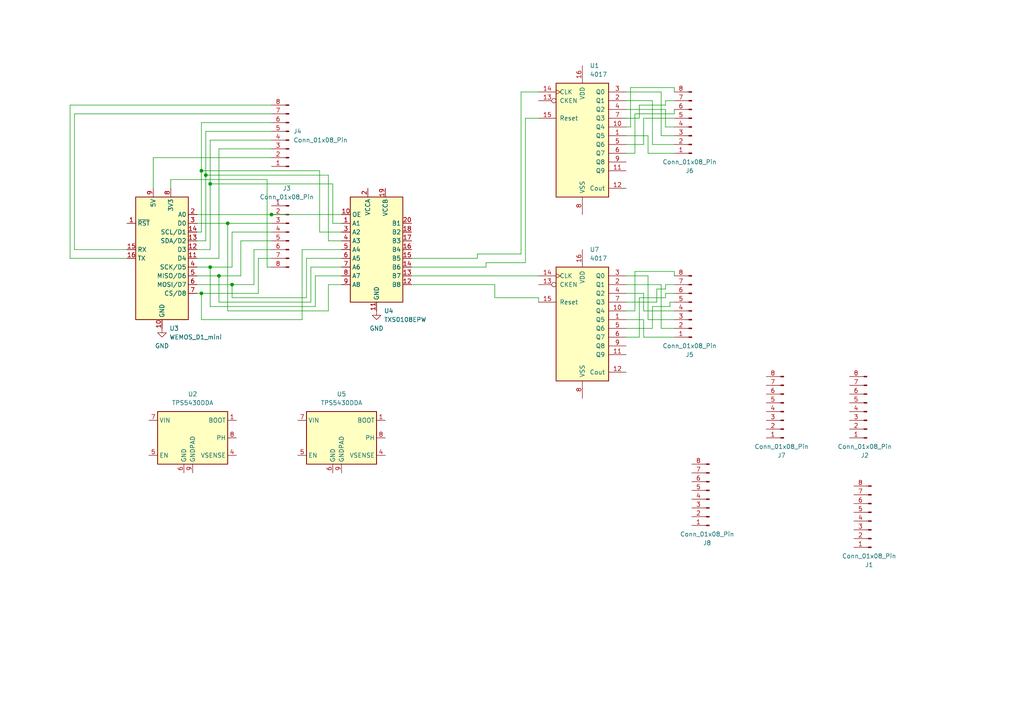
<source format=kicad_sch>
(kicad_sch (version 20250114) (generator "eeschema") (generator_version "9.0")
  (paper "A4")
  (title_block (title "protos2") (date "2025-03-30") (rev "v0.2") (company "User") (comment 1 "Servo control board with ESP8266, CD4017 and TXS0108E"))
  (lib_symbols
    (symbol "4xxx:4017" (pin_names (offset 1.016))
      (property "Reference" "U" (at -7.62 16.51 0))
      (property "Value" "4017" (at -7.62 -19.05 0))
      (symbol "4017_1_0"
        (pin input clock (at -12.7 12.7 0) (length 5.08) (name "CLK") (number "14"))
        (pin input inverted (at -12.7 10.16 0) (length 5.08) (name "CKEN") (number "13"))
        (pin input line (at -12.7 5.08 0) (length 5.08) (name "Reset") (number "15"))
        (pin power_in line (at 0 20.32 270) (length 5.08) (name "VDD") (number "16"))
        (pin power_in line (at 0 -22.86 90) (length 5.08) (name "VSS") (number "8"))
        (pin output line (at 12.7 12.7 180) (length 5.08) (name "Q0") (number "3"))
        (pin output line (at 12.7 10.16 180) (length 5.08) (name "Q1") (number "2"))
        (pin output line (at 12.7 7.62 180) (length 5.08) (name "Q2") (number "4"))
        (pin output line (at 12.7 5.08 180) (length 5.08) (name "Q3") (number "7"))
        (pin output line (at 12.7 2.54 180) (length 5.08) (name "Q4") (number "10"))
        (pin output line (at 12.7 0 180) (length 5.08) (name "Q5") (number "1"))
        (pin output line (at 12.7 -2.54 180) (length 5.08) (name "Q6") (number "5"))
        (pin output line (at 12.7 -5.08 180) (length 5.08) (name "Q7") (number "6"))
        (pin output line (at 12.7 -7.62 180) (length 5.08) (name "Q8") (number "9"))
        (pin output line (at 12.7 -10.16 180) (length 5.08) (name "Q9") (number "11"))
        (pin output line (at 12.7 -15.24 180) (length 5.08) (name "Cout") (number "12"))
      )
      (symbol "4017_1_1"
        (rectangle (start -7.62 15.24) (end 7.62 -17.78) (stroke (width 0.254)) (fill (type background)))
      )
    )
    (symbol "Connector:Conn_01x08_Pin" (pin_names (offset 1.016) (hide yes))
      (property "Reference" "J" (at 0 10.16 0))
      (property "Value" "Conn_01x08_Pin" (at 0 -12.7 0))
      (symbol "Conn_01x08_Pin_1_1"
        (rectangle (start 0.8636 7.747) (end 0 7.493) (stroke (width 0.1524)) (fill (type outline)))
        (rectangle (start 0.8636 5.207) (end 0 4.953) (stroke (width 0.1524)) (fill (type outline)))
        (rectangle (start 0.8636 2.667) (end 0 2.413) (stroke (width 0.1524)) (fill (type outline)))
        (rectangle (start 0.8636 0.127) (end 0 -0.127) (stroke (width 0.1524)) (fill (type outline)))
        (rectangle (start 0.8636 -2.413) (end 0 -2.667) (stroke (width 0.1524)) (fill (type outline)))
        (rectangle (start 0.8636 -4.953) (end 0 -5.207) (stroke (width 0.1524)) (fill (type outline)))
        (rectangle (start 0.8636 -7.493) (end 0 -7.747) (stroke (width 0.1524)) (fill (type outline)))
        (rectangle (start 0.8636 -10.033) (end 0 -10.287) (stroke (width 0.1524)) (fill (type outline)))
        (polyline (pts (xy 1.27 7.62) (xy 0.8636 7.62)) (stroke (width 0.1524)))
        (polyline (pts (xy 1.27 5.08) (xy 0.8636 5.08)) (stroke (width 0.1524)))
        (polyline (pts (xy 1.27 2.54) (xy 0.8636 2.54)) (stroke (width 0.1524)))
        (polyline (pts (xy 1.27 0) (xy 0.8636 0)) (stroke (width 0.1524)))
        (polyline (pts (xy 1.27 -2.54) (xy 0.8636 -2.54)) (stroke (width 0.1524)))
        (polyline (pts (xy 1.27 -5.08) (xy 0.8636 -5.08)) (stroke (width 0.1524)))
        (polyline (pts (xy 1.27 -7.62) (xy 0.8636 -7.62)) (stroke (width 0.1524)))
        (polyline (pts (xy 1.27 -10.16) (xy 0.8636 -10.16)) (stroke (width 0.1524)))
        (pin passive line (at 5.08 7.62 180) (length 3.81) (name "Pin_1") (number "1"))
        (pin passive line (at 5.08 5.08 180) (length 3.81) (name "Pin_2") (number "2"))
        (pin passive line (at 5.08 2.54 180) (length 3.81) (name "Pin_3") (number "3"))
        (pin passive line (at 5.08 0 180) (length 3.81) (name "Pin_4") (number "4"))
        (pin passive line (at 5.08 -2.54 180) (length 3.81) (name "Pin_5") (number "5"))
        (pin passive line (at 5.08 -5.08 180) (length 3.81) (name "Pin_6") (number "6"))
        (pin passive line (at 5.08 -7.62 180) (length 3.81) (name "Pin_7") (number "7"))
        (pin passive line (at 5.08 -10.16 180) (length 3.81) (name "Pin_8") (number "8"))
      )
    )
    (symbol "Logic_LevelTranslator:TXS0108EPW"
      (property "Reference" "U" (at -6.35 16.51 0))
      (property "Value" "TXS0108EPW" (at 3.81 16.51 0))
      (symbol "TXS0108EPW_0_1"
        (rectangle (start -7.62 15.24) (end 7.62 -15.24) (stroke (width 0.254)) (fill (type background)))
      )
      (symbol "TXS0108EPW_1_1"
        (pin input line (at -10.16 10.16 0) (length 2.54) (name "OE") (number "10"))
        (pin bidirectional line (at -10.16 7.62 0) (length 2.54) (name "A1") (number "1"))
        (pin bidirectional line (at -10.16 5.08 0) (length 2.54) (name "A2") (number "3"))
        (pin bidirectional line (at -10.16 2.54 0) (length 2.54) (name "A3") (number "4"))
        (pin bidirectional line (at -10.16 0 0) (length 2.54) (name "A4") (number "5"))
        (pin bidirectional line (at -10.16 -2.54 0) (length 2.54) (name "A5") (number "6"))
        (pin bidirectional line (at -10.16 -5.08 0) (length 2.54) (name "A6") (number "7"))
        (pin bidirectional line (at -10.16 -7.62 0) (length 2.54) (name "A7") (number "8"))
        (pin bidirectional line (at -10.16 -10.16 0) (length 2.54) (name "A8") (number "9"))
        (pin power_in line (at -2.54 17.78 270) (length 2.54) (name "VCCA") (number "2"))
        (pin power_in line (at 0 -17.78 90) (length 2.54) (name "GND") (number "11"))
        (pin power_in line (at 2.54 17.78 270) (length 2.54) (name "VCCB") (number "19"))
        (pin bidirectional line (at 10.16 7.62 180) (length 2.54) (name "B1") (number "20"))
        (pin bidirectional line (at 10.16 5.08 180) (length 2.54) (name "B2") (number "18"))
        (pin bidirectional line (at 10.16 2.54 180) (length 2.54) (name "B3") (number "17"))
        (pin bidirectional line (at 10.16 0 180) (length 2.54) (name "B4") (number "16"))
        (pin bidirectional line (at 10.16 -2.54 180) (length 2.54) (name "B5") (number "15"))
        (pin bidirectional line (at 10.16 -5.08 180) (length 2.54) (name "B6") (number "14"))
        (pin bidirectional line (at 10.16 -7.62 180) (length 2.54) (name "B7") (number "13"))
        (pin bidirectional line (at 10.16 -10.16 180) (length 2.54) (name "B8") (number "12"))
      )
    )
    (symbol "RF_Module:WEMOS_D1_mini"
      (property "Reference" "U" (at 3.81 19.05 0))
      (property "Value" "WEMOS_D1_mini" (at 1.27 -19.05 0))
      (symbol "WEMOS_D1_mini_1_1"
        (rectangle (start -7.62 17.78) (end 7.62 -17.78) (stroke (width 0.254)) (fill (type background)))
        (pin input line (at -10.16 10.16 0) (length 2.54) (name "~{RST}") (number "1"))
        (pin input line (at -10.16 2.54 0) (length 2.54) (name "RX") (number "15"))
        (pin output line (at -10.16 0 0) (length 2.54) (name "TX") (number "16"))
        (pin power_in line (at -2.54 20.32 270) (length 2.54) (name "5V") (number "9"))
        (pin power_in line (at 0 -20.32 90) (length 2.54) (name "GND") (number "10"))
        (pin power_out line (at 2.54 20.32 270) (length 2.54) (name "3V3") (number "8"))
        (pin input line (at 10.16 12.7 180) (length 2.54) (name "A0") (number "2"))
        (pin bidirectional line (at 10.16 10.16 180) (length 2.54) (name "D0") (number "3"))
        (pin bidirectional line (at 10.16 7.62 180) (length 2.54) (name "SCL/D1") (number "14"))
        (pin bidirectional line (at 10.16 5.08 180) (length 2.54) (name "SDA/D2") (number "13"))
        (pin bidirectional line (at 10.16 2.54 180) (length 2.54) (name "D3") (number "12"))
        (pin bidirectional line (at 10.16 0 180) (length 2.54) (name "D4") (number "11"))
        (pin bidirectional line (at 10.16 -2.54 180) (length 2.54) (name "SCK/D5") (number "4"))
        (pin bidirectional line (at 10.16 -5.08 180) (length 2.54) (name "MISO/D6") (number "5"))
        (pin bidirectional line (at 10.16 -7.62 180) (length 2.54) (name "MOSI/D7") (number "6"))
        (pin bidirectional line (at 10.16 -10.16 180) (length 2.54) (name "CS/D8") (number "7"))
      )
    )
    (symbol "Regulator_Switching:TPS5430DDA"
      (property "Reference" "U" (at -10.16 8.89 0))
      (property "Value" "TPS5430DDA" (at -1.27 8.89 0))
      (symbol "TPS5430DDA_0_1"
        (rectangle (start -10.16 7.62) (end 10.16 -7.62) (stroke (width 0.254)) (fill (type background)))
      )
      (symbol "TPS5430DDA_1_1"
        (pin power_in line (at -12.7 5.08 0) (length 2.54) (name "VIN") (number "7"))
        (pin input line (at -12.7 -5.08 0) (length 2.54) (name "EN") (number "5"))
        (pin no_connect line (at -10.16 2.54 0) (length 2.54) (hide yes) (name "NC") (number "2"))
        (pin no_connect line (at -10.16 -2.54 0) (length 2.54) (hide yes) (name "NC") (number "3"))
        (pin power_in line (at -2.54 -10.16 90) (length 2.54) (name "GND") (number "6"))
        (pin power_in line (at 0 -10.16 90) (length 2.54) (name "GNDPAD") (number "9"))
        (pin input line (at 12.7 5.08 180) (length 2.54) (name "BOOT") (number "1"))
        (pin output line (at 12.7 0 180) (length 2.54) (name "PH") (number "8"))
        (pin input line (at 12.7 -5.08 180) (length 2.54) (name "VSENSE") (number "4"))
      )
    )
    (symbol "power:GND" (power) (pin_numbers (hide yes)) (pin_names (offset 0) (hide yes))
      (property "Value" "GND" (at 0 -3.81 0))
      (symbol "GND_0_1"
        (polyline (pts (xy 0 0) (xy 0 -1.27) (xy 1.27 -1.27) (xy 0 -2.54) (xy -1.27 -1.27) (xy 0 -1.27)))
      )
      (symbol "GND_1_1"
        (pin power_in line (at 0 0 270) (length 0) (name "~") (number "1"))
      )
    )
  )
  (junction (at 67.31 82.55))
  (junction (at 63.5 80.01))
  (junction (at 60.96 53.34))
  (junction (at 58.42 49.53))
  (junction (at 66.04 64.77))
  (junction (at 60.96 77.47))
  (junction (at 78.74 62.23))
  (junction (at 58.42 85.09))
  (junction (at 59.69 50.8))
  (wire (pts (xy 44.45 45.72) (xy 44.45 54.61)))
  (wire (pts (xy 63.5 80.01) (xy 69.85 80.01)))
  (wire (pts (xy 78.74 43.18) (xy 63.5 43.18)))
  (wire (pts (xy 194.31 87.63) (xy 195.58 87.63)))
  (wire (pts (xy 194.31 88.9) (xy 194.31 87.63)))
  (wire (pts (xy 195.58 78.74) (xy 195.58 80.01)))
  (wire (pts (xy 92.71 49.53) (xy 58.42 49.53)))
  (wire (pts (xy 181.61 39.37) (xy 187.96 39.37)))
  (wire (pts (xy 195.58 33.02) (xy 195.58 31.75)))
  (wire (pts (xy 195.58 25.4) (xy 195.58 26.67)))
  (wire (pts (xy 67.31 82.55) (xy 73.66 82.55)))
  (wire (pts (xy 60.96 53.34) (xy 60.96 72.39)))
  (wire (pts (xy 191.77 39.37) (xy 195.58 39.37)))
  (wire (pts (xy 181.61 85.09) (xy 186.69 85.09)))
  (wire (pts (xy 78.74 38.1) (xy 59.69 38.1)))
  (wire (pts (xy 181.61 92.71) (xy 186.69 92.71)))
  (wire (pts (xy 182.88 36.83) (xy 182.88 25.4)))
  (wire (pts (xy 193.04 31.75) (xy 193.04 36.83)))
  (wire (pts (xy 193.04 29.21) (xy 195.58 29.21)))
  (wire (pts (xy 60.96 77.47) (xy 57.15 77.47)))
  (wire (pts (xy 78.74 74.93) (xy 74.93 74.93)))
  (wire (pts (xy 193.04 36.83) (xy 195.58 36.83)))
  (wire (pts (xy 73.66 72.39) (xy 73.66 82.55)))
  (wire (pts (xy 78.74 72.39) (xy 73.66 72.39)))
  (wire (pts (xy 96.52 64.77) (xy 96.52 53.34)))
  (wire (pts (xy 191.77 95.25) (xy 195.58 95.25)))
  (wire (pts (xy 181.61 34.29) (xy 185.42 34.29)))
  (wire (pts (xy 191.77 82.55) (xy 191.77 95.25)))
  (wire (pts (xy 78.74 30.48) (xy 20.32 30.48)))
  (wire (pts (xy 87.63 72.39) (xy 87.63 92.71)))
  (wire (pts (xy 186.69 92.71) (xy 186.69 97.79)))
  (wire (pts (xy 181.61 97.79) (xy 185.42 97.79)))
  (wire (pts (xy 90.17 77.47) (xy 90.17 87.63)))
  (wire (pts (xy 21.59 33.02) (xy 78.74 33.02)))
  (wire (pts (xy 57.15 69.85) (xy 59.69 69.85)))
  (wire (pts (xy 184.15 33.02) (xy 195.58 33.02)))
  (wire (pts (xy 58.42 49.53) (xy 58.42 67.31)))
  (wire (pts (xy 181.61 26.67) (xy 191.77 26.67)))
  (wire (pts (xy 156.21 86.36) (xy 156.21 87.63)))
  (wire (pts (xy 78.74 45.72) (xy 44.45 45.72)))
  (wire (pts (xy 99.06 72.39) (xy 87.63 72.39)))
  (wire (pts (xy 182.88 25.4) (xy 195.58 25.4)))
  (wire (pts (xy 63.5 43.18) (xy 63.5 74.93)))
  (wire (pts (xy 74.93 74.93) (xy 74.93 85.09)))
  (wire (pts (xy 185.42 30.48) (xy 193.04 30.48)))
  (wire (pts (xy 181.61 95.25) (xy 189.23 95.25)))
  (wire (pts (xy 140.97 76.2) (xy 152.4 76.2)))
  (wire (pts (xy 185.42 34.29) (xy 185.42 30.48)))
  (wire (pts (xy 151.13 73.66) (xy 151.13 26.67)))
  (wire (pts (xy 67.31 67.31) (xy 67.31 77.47)))
  (wire (pts (xy 193.04 82.55) (xy 195.58 82.55)))
  (wire (pts (xy 77.47 77.47) (xy 77.47 52.07)))
  (wire (pts (xy 184.15 90.17) (xy 184.15 78.74)))
  (wire (pts (xy 151.13 26.67) (xy 156.21 26.67)))
  (wire (pts (xy 184.15 44.45) (xy 184.15 33.02)))
  (wire (pts (xy 181.61 29.21) (xy 189.23 29.21)))
  (wire (pts (xy 99.06 74.93) (xy 88.9 74.93)))
  (wire (pts (xy 58.42 92.71) (xy 58.42 85.09)))
  (wire (pts (xy 77.47 52.07) (xy 49.53 52.07)))
  (wire (pts (xy 186.69 90.17) (xy 195.58 90.17)))
  (wire (pts (xy 57.15 72.39) (xy 60.96 72.39)))
  (wire (pts (xy 21.59 72.39) (xy 21.59 33.02)))
  (wire (pts (xy 57.15 85.09) (xy 58.42 85.09)))
  (wire (pts (xy 191.77 26.67) (xy 191.77 39.37)))
  (wire (pts (xy 78.74 62.23) (xy 99.06 62.23)))
  (wire (pts (xy 91.44 80.01) (xy 91.44 88.9)))
  (wire (pts (xy 99.06 80.01) (xy 91.44 80.01)))
  (wire (pts (xy 185.42 97.79) (xy 185.42 86.36)))
  (wire (pts (xy 186.69 97.79) (xy 195.58 97.79)))
  (wire (pts (xy 99.06 64.77) (xy 96.52 64.77)))
  (wire (pts (xy 99.06 82.55) (xy 95.25 82.55)))
  (wire (pts (xy 67.31 77.47) (xy 60.96 77.47)))
  (wire (pts (xy 78.74 77.47) (xy 77.47 77.47)))
  (wire (pts (xy 181.61 44.45) (xy 184.15 44.45)))
  (wire (pts (xy 181.61 82.55) (xy 191.77 82.55)))
  (wire (pts (xy 186.69 34.29) (xy 195.58 34.29)))
  (wire (pts (xy 190.5 83.82) (xy 193.04 83.82)))
  (wire (pts (xy 189.23 95.25) (xy 189.23 88.9)))
  (wire (pts (xy 91.44 88.9) (xy 60.96 88.9)))
  (wire (pts (xy 59.69 38.1) (xy 59.69 50.8)))
  (wire (pts (xy 78.74 35.56) (xy 58.42 35.56)))
  (wire (pts (xy 87.63 92.71) (xy 58.42 92.71)))
  (wire (pts (xy 20.32 30.48) (xy 20.32 74.93)))
  (wire (pts (xy 95.25 90.17) (xy 66.04 90.17)))
  (wire (pts (xy 152.4 76.2) (xy 152.4 34.29)))
  (wire (pts (xy 140.97 77.47) (xy 140.97 76.2)))
  (wire (pts (xy 60.96 77.47) (xy 60.96 88.9)))
  (wire (pts (xy 189.23 41.91) (xy 195.58 41.91)))
  (wire (pts (xy 181.61 31.75) (xy 193.04 31.75)))
  (wire (pts (xy 58.42 85.09) (xy 74.93 85.09)))
  (wire (pts (xy 92.71 67.31) (xy 92.71 49.53)))
  (wire (pts (xy 57.15 82.55) (xy 67.31 82.55)))
  (wire (pts (xy 95.25 50.8) (xy 59.69 50.8)))
  (wire (pts (xy 99.06 67.31) (xy 92.71 67.31)))
  (wire (pts (xy 138.43 74.93) (xy 138.43 73.66)))
  (wire (pts (xy 66.04 64.77) (xy 78.74 64.77)))
  (wire (pts (xy 57.15 64.77) (xy 66.04 64.77)))
  (wire (pts (xy 20.32 74.93) (xy 36.83 74.93)))
  (wire (pts (xy 190.5 87.63) (xy 190.5 83.82)))
  (wire (pts (xy 187.96 80.01) (xy 187.96 92.71)))
  (wire (pts (xy 59.69 50.8) (xy 59.69 69.85)))
  (wire (pts (xy 67.31 67.31) (xy 78.74 67.31)))
  (wire (pts (xy 88.9 74.93) (xy 88.9 86.36)))
  (wire (pts (xy 138.43 73.66) (xy 151.13 73.66)))
  (wire (pts (xy 88.9 86.36) (xy 67.31 86.36)))
  (wire (pts (xy 67.31 86.36) (xy 67.31 82.55)))
  (wire (pts (xy 99.06 69.85) (xy 95.25 69.85)))
  (wire (pts (xy 58.42 35.56) (xy 58.42 49.53)))
  (wire (pts (xy 63.5 74.93) (xy 57.15 74.93)))
  (wire (pts (xy 119.38 74.93) (xy 138.43 74.93)))
  (wire (pts (xy 193.04 86.36) (xy 193.04 85.09)))
  (wire (pts (xy 63.5 87.63) (xy 63.5 80.01)))
  (wire (pts (xy 95.25 69.85) (xy 95.25 50.8)))
  (wire (pts (xy 90.17 87.63) (xy 63.5 87.63)))
  (wire (pts (xy 184.15 78.74) (xy 195.58 78.74)))
  (wire (pts (xy 193.04 83.82) (xy 193.04 82.55)))
  (wire (pts (xy 193.04 85.09) (xy 195.58 85.09)))
  (wire (pts (xy 189.23 29.21) (xy 189.23 41.91)))
  (wire (pts (xy 181.61 36.83) (xy 182.88 36.83)))
  (wire (pts (xy 66.04 90.17) (xy 66.04 64.77)))
  (wire (pts (xy 187.96 39.37) (xy 187.96 44.45)))
  (wire (pts (xy 143.51 86.36) (xy 156.21 86.36)))
  (wire (pts (xy 119.38 82.55) (xy 143.51 82.55)))
  (wire (pts (xy 96.52 53.34) (xy 60.96 53.34)))
  (wire (pts (xy 57.15 67.31) (xy 58.42 67.31)))
  (wire (pts (xy 187.96 92.71) (xy 195.58 92.71)))
  (wire (pts (xy 181.61 41.91) (xy 186.69 41.91)))
  (wire (pts (xy 187.96 44.45) (xy 195.58 44.45)))
  (wire (pts (xy 181.61 87.63) (xy 190.5 87.63)))
  (wire (pts (xy 186.69 41.91) (xy 186.69 34.29)))
  (wire (pts (xy 99.06 77.47) (xy 90.17 77.47)))
  (wire (pts (xy 193.04 30.48) (xy 193.04 29.21)))
  (wire (pts (xy 119.38 80.01) (xy 156.21 80.01)))
  (wire (pts (xy 78.74 40.64) (xy 60.96 40.64)))
  (wire (pts (xy 143.51 82.55) (xy 143.51 86.36)))
  (wire (pts (xy 69.85 69.85) (xy 69.85 80.01)))
  (wire (pts (xy 95.25 82.55) (xy 95.25 90.17)))
  (wire (pts (xy 36.83 72.39) (xy 21.59 72.39)))
  (wire (pts (xy 57.15 80.01) (xy 63.5 80.01)))
  (wire (pts (xy 189.23 88.9) (xy 194.31 88.9)))
  (wire (pts (xy 60.96 40.64) (xy 60.96 53.34)))
  (wire (pts (xy 185.42 86.36) (xy 193.04 86.36)))
  (wire (pts (xy 186.69 85.09) (xy 186.69 90.17)))
  (wire (pts (xy 181.61 80.01) (xy 187.96 80.01)))
  (wire (pts (xy 181.61 90.17) (xy 184.15 90.17)))
  (wire (pts (xy 152.4 34.29) (xy 156.21 34.29)))
  (wire (pts (xy 57.15 62.23) (xy 78.74 62.23)))
  (wire (pts (xy 119.38 77.47) (xy 140.97 77.47)))
  (wire (pts (xy 49.53 52.07) (xy 49.53 54.61)))
  (wire (pts (xy 78.74 69.85) (xy 69.85 69.85)))
  (symbol (lib_id "Connector:Conn_01x08_Pin") (at 200.66 36.83 180) (unit 1)
    (property "Reference" "J6" (at 200.025 49.53 0))
    (property "Value" "Conn_01x08_Pin" (at 200.025 46.99 0))
    (property "Footprint" "Connector_PinHeader_2.54mm:PinHeader_1x08_P2.54mm_Vertical" (effects (hide yes)))
    (property "Description" "Generic connector, single row, 01x08, script generated" (effects (hide yes)))
  )
  (symbol (lib_id "Connector:Conn_01x08_Pin") (at 200.66 90.17 180) (unit 1)
    (property "Reference" "J5" (at 200.025 102.87 0))
    (property "Value" "Conn_01x08_Pin" (at 200.025 100.33 0))
    (property "Footprint" "Connector_PinHeader_2.54mm:PinHeader_1x08_P2.54mm_Vertical" (effects (hide yes)))
    (property "Description" "Generic connector, single row, 01x08, script generated" (effects (hide yes)))
  )
  (symbol (lib_id "Connector:Conn_01x08_Pin") (at 252.73 151.13 180) (unit 1)
    (property "Reference" "J1" (at 252.095 163.83 0))
    (property "Value" "Conn_01x08_Pin" (at 252.095 161.29 0))
    (property "Footprint" "Connector_PinHeader_2.54mm:PinHeader_1x08_P2.54mm_Vertical" (effects (hide yes)))
    (property "Description" "Generic connector, single row, 01x08, script generated" (effects (hide yes)))
  )
  (symbol (lib_id "power:GND") (at 46.99 95.25 0) (unit 1)
    (property "Reference" "#PWR02" (effects (hide yes)))
    (property "Value" "GND" (at 46.99 100.33 0))
    (property "Description" "Power symbol creates a global label with name \"GND\" , ground" (effects (hide yes)))
  )
  (symbol (lib_id "4xxx:4017") (at 168.91 39.37 0) (unit 1)
    (property "Reference" "U1" (at 171.0533 19.05 0) (effects (justify left)))
    (property "Value" "4017" (at 171.0533 21.59 0) (effects (justify left)))
    (property "Footprint" "Package_SO:SOP-16_4.4x10.4mm_P1.27mm" (effects (hide yes)))
    (property "Datasheet" "http://www.intersil.com/content/dam/Intersil/documents/cd40/cd4017bms-22bms.pdf" (effects (hide yes)))
    (property "Description" "Johnson Counter ( 10 outputs )" (effects (hide yes)))
  )
  (symbol (lib_id "Logic_LevelTranslator:TXS0108EPW") (at 109.22 72.39 0) (unit 1)
    (property "Reference" "U4" (at 111.3633 90.17 0) (effects (justify left)))
    (property "Value" "TXS0108EPW" (at 111.3633 92.71 0) (effects (justify left)))
    (property "Footprint" "Package_SO:TSSOP-20_4.4x6.5mm_P0.65mm" (effects (hide yes)))
    (property "Datasheet" "www.ti.com/lit/ds/symlink/txs0108e.pdf" (effects (hide yes)))
    (property "Description" "Bidirectional  level-shifting voltage translator, TSSOP-20" (effects (hide yes)))
  )
  (symbol (lib_id "Connector:Conn_01x08_Pin") (at 83.82 67.31 0) (mirror y) (unit 1)
    (property "Reference" "J3" (at 83.185 54.61 0))
    (property "Value" "Conn_01x08_Pin" (at 83.185 57.15 0))
    (property "Footprint" "Connector_PinHeader_2.54mm:PinHeader_1x08_P2.54mm_Vertical" (effects (hide yes)))
    (property "Description" "Generic connector, single row, 01x08, script generated" (effects (hide yes)))
  )
  (symbol (lib_id "Connector:Conn_01x08_Pin") (at 251.46 119.38 180) (unit 1)
    (property "Reference" "J2" (at 250.825 132.08 0))
    (property "Value" "Conn_01x08_Pin" (at 250.825 129.54 0))
    (property "Footprint" "Connector_PinHeader_2.54mm:PinHeader_1x08_P2.54mm_Vertical" (effects (hide yes)))
    (property "Description" "Generic connector, single row, 01x08, script generated" (effects (hide yes)))
  )
  (symbol (lib_id "RF_Module:WEMOS_D1_mini") (at 46.99 74.93 0) (unit 1)
    (property "Reference" "U3" (at 49.1333 95.25 0) (effects (justify left)))
    (property "Value" "WEMOS_D1_mini" (at 49.1333 97.79 0) (effects (justify left)))
    (property "Footprint" "RF_Module:WEMOS_D1_mini_light" (effects (hide yes)))
    (property "Datasheet" "https://wiki.wemos.cc/products:d1:d1_mini#documentation" (effects (hide yes)))
    (property "Description" "32-bit microcontroller module with WiFi" (effects (hide yes)))
  )
  (symbol (lib_id "Regulator_Switching:TPS5430DDA") (at 55.88 127 0) (unit 1)
    (property "Reference" "U2" (at 55.88 114.3 0))
    (property "Value" "TPS5430DDA" (at 55.88 116.84 0))
    (property "Footprint" "Package_SO:TI_SO-PowerPAD-8_ThermalVias" (effects (hide yes)))
    (property "Datasheet" "http://www.ti.com/lit/ds/symlink/tps5430.pdf" (effects (hide yes)))
    (property "Description" "3A, Step Down Swift Converter, Adjustable Output Voltage, 5.5-36V Input Voltage, PowerSO-8" (effects (hide yes)))
  )
  (symbol (lib_id "Regulator_Switching:TPS5430DDA") (at 99.06 127 0) (unit 1)
    (property "Reference" "U5" (at 99.06 114.3 0))
    (property "Value" "TPS5430DDA" (at 99.06 116.84 0))
    (property "Footprint" "Package_SO:TI_SO-PowerPAD-8_ThermalVias" (effects (hide yes)))
    (property "Datasheet" "http://www.ti.com/lit/ds/symlink/tps5430.pdf" (effects (hide yes)))
    (property "Description" "3A, Step Down Swift Converter, Adjustable Output Voltage, 5.5-36V Input Voltage, PowerSO-8" (effects (hide yes)))
  )
  (symbol (lib_id "Connector:Conn_01x08_Pin") (at 83.82 40.64 180) (unit 1)
    (property "Reference" "J4" (at 85.09 38.0999 0) (effects (justify right)))
    (property "Value" "Conn_01x08_Pin" (at 85.09 40.6399 0) (effects (justify right)))
    (property "Footprint" "Connector_PinHeader_2.54mm:PinHeader_1x08_P2.54mm_Vertical" (effects (hide yes)))
    (property "Description" "Generic connector, single row, 01x08, script generated" (effects (hide yes)))
  )
  (symbol (lib_id "Connector:Conn_01x08_Pin") (at 227.33 119.38 180) (unit 1)
    (property "Reference" "J7" (at 226.695 132.08 0))
    (property "Value" "Conn_01x08_Pin" (at 226.695 129.54 0))
    (property "Footprint" "Connector_PinHeader_2.54mm:PinHeader_1x08_P2.54mm_Vertical" (effects (hide yes)))
    (property "Description" "Generic connector, single row, 01x08, script generated" (effects (hide yes)))
  )
  (symbol (lib_id "Connector:Conn_01x08_Pin") (at 205.74 144.78 180) (unit 1)
    (property "Reference" "J8" (at 205.105 157.48 0))
    (property "Value" "Conn_01x08_Pin" (at 205.105 154.94 0))
    (property "Footprint" "Connector_PinHeader_2.54mm:PinHeader_1x08_P2.54mm_Vertical" (effects (hide yes)))
    (property "Description" "Generic connector, single row, 01x08, script generated" (effects (hide yes)))
  )
  (symbol (lib_id "4xxx:4017") (at 168.91 92.71 0) (unit 1)
    (property "Reference" "U7" (at 171.0533 72.39 0) (effects (justify left)))
    (property "Value" "4017" (at 171.0533 74.93 0) (effects (justify left)))
    (property "Footprint" "Package_SO:SOP-16_4.4x10.4mm_P1.27mm" (effects (hide yes)))
    (property "Datasheet" "http://www.intersil.com/content/dam/Intersil/documents/cd40/cd4017bms-22bms.pdf" (effects (hide yes)))
    (property "Description" "Johnson Counter ( 10 outputs )" (effects (hide yes)))
  )
  (symbol (lib_id "power:GND") (at 109.22 90.17 0) (unit 1)
    (property "Reference" "#PWR01" (effects (hide yes)))
    (property "Value" "GND" (at 109.22 95.25 0))
    (property "Description" "Power symbol creates a global label with name \"GND\" , ground" (effects (hide yes)))
  )
)
</source>
